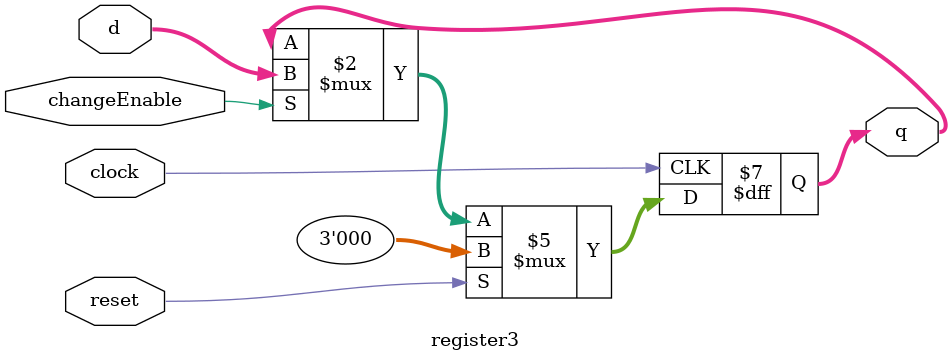
<source format=v>
module register3 (
	input [2:0] d,
	input changeEnable,     //Change Enable
	input reset,  //同期リセット
	input clock,    //クロック
	output reg [2:0] q
);

	always @ (posedge clock) begin 
		if (reset) begin
			q <= 3'b000;
		end else if ( changeEnable ) begin
				q <= d;
		end
	end
	
endmodule

</source>
